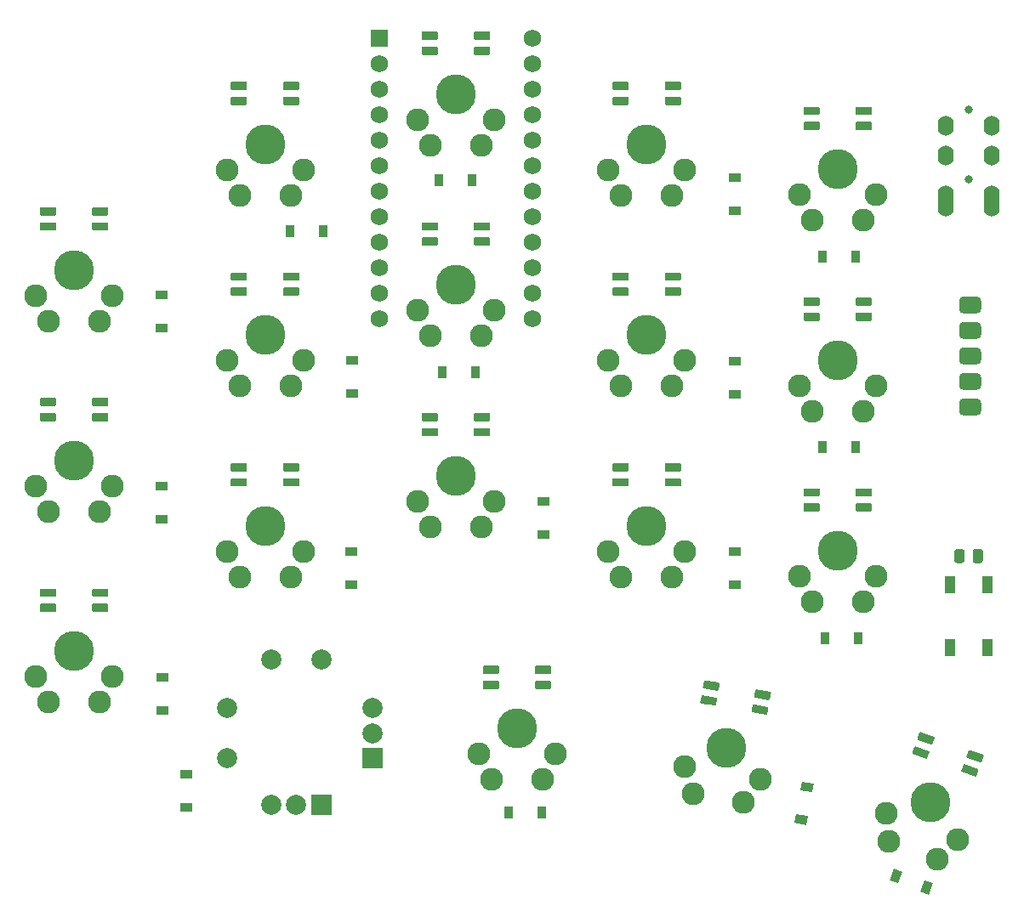
<source format=gbr>
%TF.GenerationSoftware,KiCad,Pcbnew,(5.1.9)-1*%
%TF.CreationDate,2021-11-02T14:51:33-07:00*%
%TF.ProjectId,bgkeeb,62676b65-6562-42e6-9b69-6361645f7063,rev?*%
%TF.SameCoordinates,Original*%
%TF.FileFunction,Soldermask,Bot*%
%TF.FilePolarity,Negative*%
%FSLAX46Y46*%
G04 Gerber Fmt 4.6, Leading zero omitted, Abs format (unit mm)*
G04 Created by KiCad (PCBNEW (5.1.9)-1) date 2021-11-02 14:51:33*
%MOMM*%
%LPD*%
G01*
G04 APERTURE LIST*
%ADD10R,2.000000X2.000000*%
%ADD11C,2.000000*%
%ADD12R,1.100000X1.800000*%
%ADD13C,2.286000*%
%ADD14C,3.987800*%
%ADD15O,1.600000X2.000000*%
%ADD16C,0.800000*%
%ADD17R,0.900000X1.200000*%
%ADD18C,1.752600*%
%ADD19R,1.752600X1.752600*%
%ADD20R,1.200000X0.900000*%
%ADD21C,0.100000*%
G04 APERTURE END LIST*
D10*
%TO.C,SW7*%
X85614593Y-111312404D03*
D11*
X83114593Y-111312404D03*
X80614593Y-111312404D03*
X85614593Y-96812404D03*
X80614593Y-96812404D03*
%TD*%
D12*
%TO.C,SW8*%
X151893593Y-89434804D03*
X148193593Y-95634804D03*
X148193593Y-89434804D03*
X151893593Y-95634804D03*
%TD*%
%TO.C,R1*%
G36*
G01*
X150443593Y-86990405D02*
X150443593Y-86090403D01*
G75*
G02*
X150693592Y-85840404I249999J0D01*
G01*
X151218594Y-85840404D01*
G75*
G02*
X151468593Y-86090403I0J-249999D01*
G01*
X151468593Y-86990405D01*
G75*
G02*
X151218594Y-87240404I-249999J0D01*
G01*
X150693592Y-87240404D01*
G75*
G02*
X150443593Y-86990405I0J249999D01*
G01*
G37*
G36*
G01*
X148618593Y-86990405D02*
X148618593Y-86090403D01*
G75*
G02*
X148868592Y-85840404I249999J0D01*
G01*
X149393594Y-85840404D01*
G75*
G02*
X149643593Y-86090403I0J-249999D01*
G01*
X149643593Y-86990405D01*
G75*
G02*
X149393594Y-87240404I-249999J0D01*
G01*
X148868592Y-87240404D01*
G75*
G02*
X148618593Y-86990405I0J249999D01*
G01*
G37*
%TD*%
D10*
%TO.C,SW42*%
X90741593Y-106693404D03*
D11*
X90741593Y-104193404D03*
X90741593Y-101693404D03*
X76241593Y-106693404D03*
X76241593Y-101693404D03*
%TD*%
%TO.C,D48*%
G36*
G01*
X97115587Y-35106489D02*
X95679587Y-35106489D01*
G75*
G02*
X95597587Y-35024489I0J82000D01*
G01*
X95597587Y-34368489D01*
G75*
G02*
X95679587Y-34286489I82000J0D01*
G01*
X97115587Y-34286489D01*
G75*
G02*
X97197587Y-34368489I0J-82000D01*
G01*
X97197587Y-35024489D01*
G75*
G02*
X97115587Y-35106489I-82000J0D01*
G01*
G37*
G36*
G01*
X97115587Y-36606489D02*
X95679587Y-36606489D01*
G75*
G02*
X95597587Y-36524489I0J82000D01*
G01*
X95597587Y-35868489D01*
G75*
G02*
X95679587Y-35786489I82000J0D01*
G01*
X97115587Y-35786489D01*
G75*
G02*
X97197587Y-35868489I0J-82000D01*
G01*
X97197587Y-36524489D01*
G75*
G02*
X97115587Y-36606489I-82000J0D01*
G01*
G37*
G36*
G01*
X102315587Y-35106489D02*
X100879587Y-35106489D01*
G75*
G02*
X100797587Y-35024489I0J82000D01*
G01*
X100797587Y-34368489D01*
G75*
G02*
X100879587Y-34286489I82000J0D01*
G01*
X102315587Y-34286489D01*
G75*
G02*
X102397587Y-34368489I0J-82000D01*
G01*
X102397587Y-35024489D01*
G75*
G02*
X102315587Y-35106489I-82000J0D01*
G01*
G37*
G36*
G01*
X102315587Y-36606489D02*
X100879587Y-36606489D01*
G75*
G02*
X100797587Y-36524489I0J82000D01*
G01*
X100797587Y-35868489D01*
G75*
G02*
X100879587Y-35786489I82000J0D01*
G01*
X102315587Y-35786489D01*
G75*
G02*
X102397587Y-35868489I0J-82000D01*
G01*
X102397587Y-36524489D01*
G75*
G02*
X102315587Y-36606489I-82000J0D01*
G01*
G37*
%TD*%
D13*
%TO.C,SW35*%
X148959613Y-114765872D03*
D14*
X146248115Y-111075956D03*
D13*
X142123833Y-114980863D03*
X146897472Y-116718326D03*
X141799155Y-112159679D03*
%TD*%
%TO.C,SW34*%
X129274725Y-108803767D03*
D14*
X125963674Y-105640756D03*
D13*
X122580130Y-110202513D03*
X127582953Y-111084646D03*
X121770490Y-107480568D03*
%TD*%
%TO.C,SW25*%
X140807585Y-88566487D03*
D14*
X136997585Y-86026487D03*
D13*
X134457585Y-91106487D03*
X139537585Y-91106487D03*
X133187585Y-88566487D03*
%TD*%
%TO.C,SW24*%
X121807586Y-86066487D03*
D14*
X117997586Y-83526487D03*
D13*
X115457586Y-88606487D03*
X120537586Y-88606487D03*
X114187586Y-86066487D03*
%TD*%
%TO.C,SW23*%
X102807586Y-81066487D03*
D14*
X98997586Y-78526487D03*
D13*
X96457586Y-83606487D03*
X101537586Y-83606487D03*
X95187586Y-81066487D03*
%TD*%
%TO.C,SW22*%
X83807587Y-86066486D03*
D14*
X79997587Y-83526486D03*
D13*
X77457587Y-88606486D03*
X82537587Y-88606486D03*
X76187587Y-86066486D03*
%TD*%
%TO.C,SW21*%
X64807588Y-98566485D03*
D14*
X60997588Y-96026485D03*
D13*
X58457588Y-101106485D03*
X63537588Y-101106485D03*
X57187588Y-98566485D03*
%TD*%
%TO.C,SW15*%
X140807585Y-69566488D03*
D14*
X136997585Y-67026488D03*
D13*
X134457585Y-72106488D03*
X139537585Y-72106488D03*
X133187585Y-69566488D03*
%TD*%
%TO.C,SW14*%
X121807586Y-67066487D03*
D14*
X117997586Y-64526487D03*
D13*
X115457586Y-69606487D03*
X120537586Y-69606487D03*
X114187586Y-67066487D03*
%TD*%
%TO.C,SW13*%
X102807587Y-62066487D03*
D14*
X98997587Y-59526487D03*
D13*
X96457587Y-64606487D03*
X101537587Y-64606487D03*
X95187587Y-62066487D03*
%TD*%
%TO.C,SW12*%
X83807588Y-67066487D03*
D14*
X79997588Y-64526487D03*
D13*
X77457588Y-69606487D03*
X82537588Y-69606487D03*
X76187588Y-67066487D03*
%TD*%
%TO.C,SW11*%
X64807589Y-79566486D03*
D14*
X60997589Y-77026486D03*
D13*
X58457589Y-82106486D03*
X63537589Y-82106486D03*
X57187589Y-79566486D03*
%TD*%
%TO.C,SW6*%
X108888593Y-106254404D03*
D14*
X105078593Y-103714404D03*
D13*
X102538593Y-108794404D03*
X107618593Y-108794404D03*
X101268593Y-106254404D03*
%TD*%
%TO.C,SW5*%
X140807585Y-50566489D03*
D14*
X136997585Y-48026489D03*
D13*
X134457585Y-53106489D03*
X139537585Y-53106489D03*
X133187585Y-50566489D03*
%TD*%
%TO.C,SW4*%
X121807586Y-48066488D03*
D14*
X117997586Y-45526488D03*
D13*
X115457586Y-50606488D03*
X120537586Y-50606488D03*
X114187586Y-48066488D03*
%TD*%
%TO.C,SW3*%
X102807587Y-43066488D03*
D14*
X98997587Y-40526488D03*
D13*
X96457587Y-45606488D03*
X101537587Y-45606488D03*
X95187587Y-43066488D03*
%TD*%
%TO.C,SW2*%
X83807588Y-48066488D03*
D14*
X79997588Y-45526488D03*
D13*
X77457588Y-50606488D03*
X82537588Y-50606488D03*
X76187588Y-48066488D03*
%TD*%
%TO.C,SW1*%
X64807589Y-60566487D03*
D14*
X60997589Y-58026487D03*
D13*
X58457589Y-63106487D03*
X63537589Y-63106487D03*
X57187589Y-60566487D03*
%TD*%
%TO.C,J1*%
G36*
G01*
X151289593Y-61096404D02*
X151289593Y-61946404D01*
G75*
G02*
X150864593Y-62371404I-425000J0D01*
G01*
X149514593Y-62371404D01*
G75*
G02*
X149089593Y-61946404I0J425000D01*
G01*
X149089593Y-61096404D01*
G75*
G02*
X149514593Y-60671404I425000J0D01*
G01*
X150864593Y-60671404D01*
G75*
G02*
X151289593Y-61096404I0J-425000D01*
G01*
G37*
G36*
G01*
X150864593Y-64911404D02*
X149514593Y-64911404D01*
G75*
G02*
X149089593Y-64486404I0J425000D01*
G01*
X149089593Y-63636404D01*
G75*
G02*
X149514593Y-63211404I425000J0D01*
G01*
X150864593Y-63211404D01*
G75*
G02*
X151289593Y-63636404I0J-425000D01*
G01*
X151289593Y-64486404D01*
G75*
G02*
X150864593Y-64911404I-425000J0D01*
G01*
G37*
G36*
G01*
X150864593Y-67451404D02*
X149514593Y-67451404D01*
G75*
G02*
X149089593Y-67026404I0J425000D01*
G01*
X149089593Y-66176404D01*
G75*
G02*
X149514593Y-65751404I425000J0D01*
G01*
X150864593Y-65751404D01*
G75*
G02*
X151289593Y-66176404I0J-425000D01*
G01*
X151289593Y-67026404D01*
G75*
G02*
X150864593Y-67451404I-425000J0D01*
G01*
G37*
G36*
G01*
X150864593Y-69991404D02*
X149514593Y-69991404D01*
G75*
G02*
X149089593Y-69566404I0J425000D01*
G01*
X149089593Y-68716404D01*
G75*
G02*
X149514593Y-68291404I425000J0D01*
G01*
X150864593Y-68291404D01*
G75*
G02*
X151289593Y-68716404I0J-425000D01*
G01*
X151289593Y-69566404D01*
G75*
G02*
X150864593Y-69991404I-425000J0D01*
G01*
G37*
G36*
G01*
X150864593Y-72531404D02*
X149514593Y-72531404D01*
G75*
G02*
X149089593Y-72106404I0J425000D01*
G01*
X149089593Y-71256404D01*
G75*
G02*
X149514593Y-70831404I425000J0D01*
G01*
X150864593Y-70831404D01*
G75*
G02*
X151289593Y-71256404I0J-425000D01*
G01*
X151289593Y-72106404D01*
G75*
G02*
X150864593Y-72531404I-425000J0D01*
G01*
G37*
%TD*%
D15*
%TO.C,U4*%
X147743593Y-46639404D03*
D16*
X150043593Y-42039404D03*
X150043593Y-49039404D03*
D15*
X147743593Y-43639404D03*
X147743593Y-50639404D03*
X152343593Y-51739404D03*
%TD*%
%TO.C,U3*%
X152343593Y-46639404D03*
D16*
X150043593Y-42039404D03*
X150043593Y-49039404D03*
D15*
X152343593Y-43639404D03*
X152343593Y-50639404D03*
X147743593Y-51739404D03*
%TD*%
%TO.C,D51*%
G36*
G01*
X116115586Y-78106488D02*
X114679586Y-78106488D01*
G75*
G02*
X114597586Y-78024488I0J82000D01*
G01*
X114597586Y-77368488D01*
G75*
G02*
X114679586Y-77286488I82000J0D01*
G01*
X116115586Y-77286488D01*
G75*
G02*
X116197586Y-77368488I0J-82000D01*
G01*
X116197586Y-78024488D01*
G75*
G02*
X116115586Y-78106488I-82000J0D01*
G01*
G37*
G36*
G01*
X116115586Y-79606488D02*
X114679586Y-79606488D01*
G75*
G02*
X114597586Y-79524488I0J82000D01*
G01*
X114597586Y-78868488D01*
G75*
G02*
X114679586Y-78786488I82000J0D01*
G01*
X116115586Y-78786488D01*
G75*
G02*
X116197586Y-78868488I0J-82000D01*
G01*
X116197586Y-79524488D01*
G75*
G02*
X116115586Y-79606488I-82000J0D01*
G01*
G37*
G36*
G01*
X121315586Y-78106488D02*
X119879586Y-78106488D01*
G75*
G02*
X119797586Y-78024488I0J82000D01*
G01*
X119797586Y-77368488D01*
G75*
G02*
X119879586Y-77286488I82000J0D01*
G01*
X121315586Y-77286488D01*
G75*
G02*
X121397586Y-77368488I0J-82000D01*
G01*
X121397586Y-78024488D01*
G75*
G02*
X121315586Y-78106488I-82000J0D01*
G01*
G37*
G36*
G01*
X121315586Y-79606488D02*
X119879586Y-79606488D01*
G75*
G02*
X119797586Y-79524488I0J82000D01*
G01*
X119797586Y-78868488D01*
G75*
G02*
X119879586Y-78786488I82000J0D01*
G01*
X121315586Y-78786488D01*
G75*
G02*
X121397586Y-78868488I0J-82000D01*
G01*
X121397586Y-79524488D01*
G75*
G02*
X121315586Y-79606488I-82000J0D01*
G01*
G37*
%TD*%
D17*
%TO.C,D6*%
X107522993Y-112118204D03*
X104222993Y-112118204D03*
%TD*%
D18*
%TO.C,U1*%
X106609593Y-34978404D03*
X91369593Y-62918404D03*
X106609593Y-37518404D03*
X106609593Y-40058404D03*
X106609593Y-42598404D03*
X106609593Y-45138404D03*
X106609593Y-47678404D03*
X106609593Y-50218404D03*
X106609593Y-52758404D03*
X106609593Y-55298404D03*
X106609593Y-57838404D03*
X106609593Y-60378404D03*
X106609593Y-62918404D03*
X91369593Y-60378404D03*
X91369593Y-57838404D03*
X91369593Y-55298404D03*
X91369593Y-52758404D03*
X91369593Y-50218404D03*
X91369593Y-47678404D03*
X91369593Y-45138404D03*
X91369593Y-42598404D03*
X91369593Y-40058404D03*
X91369593Y-37518404D03*
D19*
X91369593Y-34978404D03*
%TD*%
%TO.C,D59*%
G36*
G01*
X125051439Y-99976293D02*
X123637255Y-99726935D01*
G75*
G02*
X123570740Y-99631942I14239J80754D01*
G01*
X123684654Y-98985908D01*
G75*
G02*
X123779647Y-98919393I80754J-14239D01*
G01*
X125193831Y-99168751D01*
G75*
G02*
X125260346Y-99263744I-14239J-80754D01*
G01*
X125146432Y-99909778D01*
G75*
G02*
X125051439Y-99976293I-80754J14239D01*
G01*
G37*
G36*
G01*
X124790966Y-101453504D02*
X123376782Y-101204146D01*
G75*
G02*
X123310267Y-101109153I14239J80754D01*
G01*
X123424181Y-100463119D01*
G75*
G02*
X123519174Y-100396604I80754J-14239D01*
G01*
X124933358Y-100645962D01*
G75*
G02*
X124999873Y-100740955I-14239J-80754D01*
G01*
X124885959Y-101386989D01*
G75*
G02*
X124790966Y-101453504I-80754J14239D01*
G01*
G37*
G36*
G01*
X130172439Y-100879263D02*
X128758255Y-100629905D01*
G75*
G02*
X128691740Y-100534912I14239J80754D01*
G01*
X128805654Y-99888878D01*
G75*
G02*
X128900647Y-99822363I80754J-14239D01*
G01*
X130314831Y-100071721D01*
G75*
G02*
X130381346Y-100166714I-14239J-80754D01*
G01*
X130267432Y-100812748D01*
G75*
G02*
X130172439Y-100879263I-80754J14239D01*
G01*
G37*
G36*
G01*
X129911967Y-102356475D02*
X128497783Y-102107117D01*
G75*
G02*
X128431268Y-102012124I14239J80754D01*
G01*
X128545182Y-101366090D01*
G75*
G02*
X128640175Y-101299575I80754J-14239D01*
G01*
X130054359Y-101548933D01*
G75*
G02*
X130120874Y-101643926I-14239J-80754D01*
G01*
X130006960Y-102289960D01*
G75*
G02*
X129911967Y-102356475I-80754J14239D01*
G01*
G37*
%TD*%
%TO.C,D57*%
G36*
G01*
X103196593Y-98294405D02*
X101760593Y-98294405D01*
G75*
G02*
X101678593Y-98212405I0J82000D01*
G01*
X101678593Y-97556405D01*
G75*
G02*
X101760593Y-97474405I82000J0D01*
G01*
X103196593Y-97474405D01*
G75*
G02*
X103278593Y-97556405I0J-82000D01*
G01*
X103278593Y-98212405D01*
G75*
G02*
X103196593Y-98294405I-82000J0D01*
G01*
G37*
G36*
G01*
X103196593Y-99794405D02*
X101760593Y-99794405D01*
G75*
G02*
X101678593Y-99712405I0J82000D01*
G01*
X101678593Y-99056405D01*
G75*
G02*
X101760593Y-98974405I82000J0D01*
G01*
X103196593Y-98974405D01*
G75*
G02*
X103278593Y-99056405I0J-82000D01*
G01*
X103278593Y-99712405D01*
G75*
G02*
X103196593Y-99794405I-82000J0D01*
G01*
G37*
G36*
G01*
X108396593Y-98294405D02*
X106960593Y-98294405D01*
G75*
G02*
X106878593Y-98212405I0J82000D01*
G01*
X106878593Y-97556405D01*
G75*
G02*
X106960593Y-97474405I82000J0D01*
G01*
X108396593Y-97474405D01*
G75*
G02*
X108478593Y-97556405I0J-82000D01*
G01*
X108478593Y-98212405D01*
G75*
G02*
X108396593Y-98294405I-82000J0D01*
G01*
G37*
G36*
G01*
X108396593Y-99794405D02*
X106960593Y-99794405D01*
G75*
G02*
X106878593Y-99712405I0J82000D01*
G01*
X106878593Y-99056405D01*
G75*
G02*
X106960593Y-98974405I82000J0D01*
G01*
X108396593Y-98974405D01*
G75*
G02*
X108478593Y-99056405I0J-82000D01*
G01*
X108478593Y-99712405D01*
G75*
G02*
X108396593Y-99794405I-82000J0D01*
G01*
G37*
%TD*%
%TO.C,D60*%
G36*
G01*
X146333362Y-105339142D02*
X144983963Y-104848001D01*
G75*
G02*
X144934954Y-104742900I28046J77055D01*
G01*
X145159319Y-104126461D01*
G75*
G02*
X145264420Y-104077452I77055J-28046D01*
G01*
X146613819Y-104568593D01*
G75*
G02*
X146662828Y-104673694I-28046J-77055D01*
G01*
X146438463Y-105290133D01*
G75*
G02*
X146333362Y-105339142I-77055J28046D01*
G01*
G37*
G36*
G01*
X145820332Y-106748681D02*
X144470933Y-106257540D01*
G75*
G02*
X144421924Y-106152439I28046J77055D01*
G01*
X144646289Y-105536000D01*
G75*
G02*
X144751390Y-105486991I77055J-28046D01*
G01*
X146100789Y-105978132D01*
G75*
G02*
X146149798Y-106083233I-28046J-77055D01*
G01*
X145925433Y-106699672D01*
G75*
G02*
X145820332Y-106748681I-77055J28046D01*
G01*
G37*
G36*
G01*
X151219764Y-107117646D02*
X149870365Y-106626505D01*
G75*
G02*
X149821356Y-106521404I28046J77055D01*
G01*
X150045721Y-105904965D01*
G75*
G02*
X150150822Y-105855956I77055J-28046D01*
G01*
X151500221Y-106347097D01*
G75*
G02*
X151549230Y-106452198I-28046J-77055D01*
G01*
X151324865Y-107068637D01*
G75*
G02*
X151219764Y-107117646I-77055J28046D01*
G01*
G37*
G36*
G01*
X150706734Y-108527185D02*
X149357335Y-108036044D01*
G75*
G02*
X149308326Y-107930943I28046J77055D01*
G01*
X149532691Y-107314504D01*
G75*
G02*
X149637792Y-107265495I77055J-28046D01*
G01*
X150987191Y-107756636D01*
G75*
G02*
X151036200Y-107861737I-28046J-77055D01*
G01*
X150811835Y-108478176D01*
G75*
G02*
X150706734Y-108527185I-77055J28046D01*
G01*
G37*
%TD*%
%TO.C,D56*%
G36*
G01*
X135115585Y-80606488D02*
X133679585Y-80606488D01*
G75*
G02*
X133597585Y-80524488I0J82000D01*
G01*
X133597585Y-79868488D01*
G75*
G02*
X133679585Y-79786488I82000J0D01*
G01*
X135115585Y-79786488D01*
G75*
G02*
X135197585Y-79868488I0J-82000D01*
G01*
X135197585Y-80524488D01*
G75*
G02*
X135115585Y-80606488I-82000J0D01*
G01*
G37*
G36*
G01*
X135115585Y-82106488D02*
X133679585Y-82106488D01*
G75*
G02*
X133597585Y-82024488I0J82000D01*
G01*
X133597585Y-81368488D01*
G75*
G02*
X133679585Y-81286488I82000J0D01*
G01*
X135115585Y-81286488D01*
G75*
G02*
X135197585Y-81368488I0J-82000D01*
G01*
X135197585Y-82024488D01*
G75*
G02*
X135115585Y-82106488I-82000J0D01*
G01*
G37*
G36*
G01*
X140315585Y-80606488D02*
X138879585Y-80606488D01*
G75*
G02*
X138797585Y-80524488I0J82000D01*
G01*
X138797585Y-79868488D01*
G75*
G02*
X138879585Y-79786488I82000J0D01*
G01*
X140315585Y-79786488D01*
G75*
G02*
X140397585Y-79868488I0J-82000D01*
G01*
X140397585Y-80524488D01*
G75*
G02*
X140315585Y-80606488I-82000J0D01*
G01*
G37*
G36*
G01*
X140315585Y-82106488D02*
X138879585Y-82106488D01*
G75*
G02*
X138797585Y-82024488I0J82000D01*
G01*
X138797585Y-81368488D01*
G75*
G02*
X138879585Y-81286488I82000J0D01*
G01*
X140315585Y-81286488D01*
G75*
G02*
X140397585Y-81368488I0J-82000D01*
G01*
X140397585Y-82024488D01*
G75*
G02*
X140315585Y-82106488I-82000J0D01*
G01*
G37*
%TD*%
D20*
%TO.C,D81*%
X72192593Y-108258404D03*
X72192593Y-111558404D03*
%TD*%
%TO.C,D45*%
G36*
G01*
X78115587Y-78106487D02*
X76679587Y-78106487D01*
G75*
G02*
X76597587Y-78024487I0J82000D01*
G01*
X76597587Y-77368487D01*
G75*
G02*
X76679587Y-77286487I82000J0D01*
G01*
X78115587Y-77286487D01*
G75*
G02*
X78197587Y-77368487I0J-82000D01*
G01*
X78197587Y-78024487D01*
G75*
G02*
X78115587Y-78106487I-82000J0D01*
G01*
G37*
G36*
G01*
X78115587Y-79606487D02*
X76679587Y-79606487D01*
G75*
G02*
X76597587Y-79524487I0J82000D01*
G01*
X76597587Y-78868487D01*
G75*
G02*
X76679587Y-78786487I82000J0D01*
G01*
X78115587Y-78786487D01*
G75*
G02*
X78197587Y-78868487I0J-82000D01*
G01*
X78197587Y-79524487D01*
G75*
G02*
X78115587Y-79606487I-82000J0D01*
G01*
G37*
G36*
G01*
X83315587Y-78106487D02*
X81879587Y-78106487D01*
G75*
G02*
X81797587Y-78024487I0J82000D01*
G01*
X81797587Y-77368487D01*
G75*
G02*
X81879587Y-77286487I82000J0D01*
G01*
X83315587Y-77286487D01*
G75*
G02*
X83397587Y-77368487I0J-82000D01*
G01*
X83397587Y-78024487D01*
G75*
G02*
X83315587Y-78106487I-82000J0D01*
G01*
G37*
G36*
G01*
X83315587Y-79606487D02*
X81879587Y-79606487D01*
G75*
G02*
X81797587Y-79524487I0J82000D01*
G01*
X81797587Y-78868487D01*
G75*
G02*
X81879587Y-78786487I82000J0D01*
G01*
X83315587Y-78786487D01*
G75*
G02*
X83397587Y-78868487I0J-82000D01*
G01*
X83397587Y-79524487D01*
G75*
G02*
X83315587Y-79606487I-82000J0D01*
G01*
G37*
%TD*%
%TO.C,D53*%
G36*
G01*
X116115586Y-40106489D02*
X114679586Y-40106489D01*
G75*
G02*
X114597586Y-40024489I0J82000D01*
G01*
X114597586Y-39368489D01*
G75*
G02*
X114679586Y-39286489I82000J0D01*
G01*
X116115586Y-39286489D01*
G75*
G02*
X116197586Y-39368489I0J-82000D01*
G01*
X116197586Y-40024489D01*
G75*
G02*
X116115586Y-40106489I-82000J0D01*
G01*
G37*
G36*
G01*
X116115586Y-41606489D02*
X114679586Y-41606489D01*
G75*
G02*
X114597586Y-41524489I0J82000D01*
G01*
X114597586Y-40868489D01*
G75*
G02*
X114679586Y-40786489I82000J0D01*
G01*
X116115586Y-40786489D01*
G75*
G02*
X116197586Y-40868489I0J-82000D01*
G01*
X116197586Y-41524489D01*
G75*
G02*
X116115586Y-41606489I-82000J0D01*
G01*
G37*
G36*
G01*
X121315586Y-40106489D02*
X119879586Y-40106489D01*
G75*
G02*
X119797586Y-40024489I0J82000D01*
G01*
X119797586Y-39368489D01*
G75*
G02*
X119879586Y-39286489I82000J0D01*
G01*
X121315586Y-39286489D01*
G75*
G02*
X121397586Y-39368489I0J-82000D01*
G01*
X121397586Y-40024489D01*
G75*
G02*
X121315586Y-40106489I-82000J0D01*
G01*
G37*
G36*
G01*
X121315586Y-41606489D02*
X119879586Y-41606489D01*
G75*
G02*
X119797586Y-41524489I0J82000D01*
G01*
X119797586Y-40868489D01*
G75*
G02*
X119879586Y-40786489I82000J0D01*
G01*
X121315586Y-40786489D01*
G75*
G02*
X121397586Y-40868489I0J-82000D01*
G01*
X121397586Y-41524489D01*
G75*
G02*
X121315586Y-41606489I-82000J0D01*
G01*
G37*
%TD*%
%TO.C,D52*%
G36*
G01*
X116115586Y-59106488D02*
X114679586Y-59106488D01*
G75*
G02*
X114597586Y-59024488I0J82000D01*
G01*
X114597586Y-58368488D01*
G75*
G02*
X114679586Y-58286488I82000J0D01*
G01*
X116115586Y-58286488D01*
G75*
G02*
X116197586Y-58368488I0J-82000D01*
G01*
X116197586Y-59024488D01*
G75*
G02*
X116115586Y-59106488I-82000J0D01*
G01*
G37*
G36*
G01*
X116115586Y-60606488D02*
X114679586Y-60606488D01*
G75*
G02*
X114597586Y-60524488I0J82000D01*
G01*
X114597586Y-59868488D01*
G75*
G02*
X114679586Y-59786488I82000J0D01*
G01*
X116115586Y-59786488D01*
G75*
G02*
X116197586Y-59868488I0J-82000D01*
G01*
X116197586Y-60524488D01*
G75*
G02*
X116115586Y-60606488I-82000J0D01*
G01*
G37*
G36*
G01*
X121315586Y-59106488D02*
X119879586Y-59106488D01*
G75*
G02*
X119797586Y-59024488I0J82000D01*
G01*
X119797586Y-58368488D01*
G75*
G02*
X119879586Y-58286488I82000J0D01*
G01*
X121315586Y-58286488D01*
G75*
G02*
X121397586Y-58368488I0J-82000D01*
G01*
X121397586Y-59024488D01*
G75*
G02*
X121315586Y-59106488I-82000J0D01*
G01*
G37*
G36*
G01*
X121315586Y-60606488D02*
X119879586Y-60606488D01*
G75*
G02*
X119797586Y-60524488I0J82000D01*
G01*
X119797586Y-59868488D01*
G75*
G02*
X119879586Y-59786488I82000J0D01*
G01*
X121315586Y-59786488D01*
G75*
G02*
X121397586Y-59868488I0J-82000D01*
G01*
X121397586Y-60524488D01*
G75*
G02*
X121315586Y-60606488I-82000J0D01*
G01*
G37*
%TD*%
%TO.C,D54*%
G36*
G01*
X135115585Y-42606490D02*
X133679585Y-42606490D01*
G75*
G02*
X133597585Y-42524490I0J82000D01*
G01*
X133597585Y-41868490D01*
G75*
G02*
X133679585Y-41786490I82000J0D01*
G01*
X135115585Y-41786490D01*
G75*
G02*
X135197585Y-41868490I0J-82000D01*
G01*
X135197585Y-42524490D01*
G75*
G02*
X135115585Y-42606490I-82000J0D01*
G01*
G37*
G36*
G01*
X135115585Y-44106490D02*
X133679585Y-44106490D01*
G75*
G02*
X133597585Y-44024490I0J82000D01*
G01*
X133597585Y-43368490D01*
G75*
G02*
X133679585Y-43286490I82000J0D01*
G01*
X135115585Y-43286490D01*
G75*
G02*
X135197585Y-43368490I0J-82000D01*
G01*
X135197585Y-44024490D01*
G75*
G02*
X135115585Y-44106490I-82000J0D01*
G01*
G37*
G36*
G01*
X140315585Y-42606490D02*
X138879585Y-42606490D01*
G75*
G02*
X138797585Y-42524490I0J82000D01*
G01*
X138797585Y-41868490D01*
G75*
G02*
X138879585Y-41786490I82000J0D01*
G01*
X140315585Y-41786490D01*
G75*
G02*
X140397585Y-41868490I0J-82000D01*
G01*
X140397585Y-42524490D01*
G75*
G02*
X140315585Y-42606490I-82000J0D01*
G01*
G37*
G36*
G01*
X140315585Y-44106490D02*
X138879585Y-44106490D01*
G75*
G02*
X138797585Y-44024490I0J82000D01*
G01*
X138797585Y-43368490D01*
G75*
G02*
X138879585Y-43286490I82000J0D01*
G01*
X140315585Y-43286490D01*
G75*
G02*
X140397585Y-43368490I0J-82000D01*
G01*
X140397585Y-44024490D01*
G75*
G02*
X140315585Y-44106490I-82000J0D01*
G01*
G37*
%TD*%
%TO.C,D50*%
G36*
G01*
X97115586Y-73106488D02*
X95679586Y-73106488D01*
G75*
G02*
X95597586Y-73024488I0J82000D01*
G01*
X95597586Y-72368488D01*
G75*
G02*
X95679586Y-72286488I82000J0D01*
G01*
X97115586Y-72286488D01*
G75*
G02*
X97197586Y-72368488I0J-82000D01*
G01*
X97197586Y-73024488D01*
G75*
G02*
X97115586Y-73106488I-82000J0D01*
G01*
G37*
G36*
G01*
X97115586Y-74606488D02*
X95679586Y-74606488D01*
G75*
G02*
X95597586Y-74524488I0J82000D01*
G01*
X95597586Y-73868488D01*
G75*
G02*
X95679586Y-73786488I82000J0D01*
G01*
X97115586Y-73786488D01*
G75*
G02*
X97197586Y-73868488I0J-82000D01*
G01*
X97197586Y-74524488D01*
G75*
G02*
X97115586Y-74606488I-82000J0D01*
G01*
G37*
G36*
G01*
X102315586Y-73106488D02*
X100879586Y-73106488D01*
G75*
G02*
X100797586Y-73024488I0J82000D01*
G01*
X100797586Y-72368488D01*
G75*
G02*
X100879586Y-72286488I82000J0D01*
G01*
X102315586Y-72286488D01*
G75*
G02*
X102397586Y-72368488I0J-82000D01*
G01*
X102397586Y-73024488D01*
G75*
G02*
X102315586Y-73106488I-82000J0D01*
G01*
G37*
G36*
G01*
X102315586Y-74606488D02*
X100879586Y-74606488D01*
G75*
G02*
X100797586Y-74524488I0J82000D01*
G01*
X100797586Y-73868488D01*
G75*
G02*
X100879586Y-73786488I82000J0D01*
G01*
X102315586Y-73786488D01*
G75*
G02*
X102397586Y-73868488I0J-82000D01*
G01*
X102397586Y-74524488D01*
G75*
G02*
X102315586Y-74606488I-82000J0D01*
G01*
G37*
%TD*%
%TO.C,D43*%
G36*
G01*
X59115588Y-90606486D02*
X57679588Y-90606486D01*
G75*
G02*
X57597588Y-90524486I0J82000D01*
G01*
X57597588Y-89868486D01*
G75*
G02*
X57679588Y-89786486I82000J0D01*
G01*
X59115588Y-89786486D01*
G75*
G02*
X59197588Y-89868486I0J-82000D01*
G01*
X59197588Y-90524486D01*
G75*
G02*
X59115588Y-90606486I-82000J0D01*
G01*
G37*
G36*
G01*
X59115588Y-92106486D02*
X57679588Y-92106486D01*
G75*
G02*
X57597588Y-92024486I0J82000D01*
G01*
X57597588Y-91368486D01*
G75*
G02*
X57679588Y-91286486I82000J0D01*
G01*
X59115588Y-91286486D01*
G75*
G02*
X59197588Y-91368486I0J-82000D01*
G01*
X59197588Y-92024486D01*
G75*
G02*
X59115588Y-92106486I-82000J0D01*
G01*
G37*
G36*
G01*
X64315588Y-90606486D02*
X62879588Y-90606486D01*
G75*
G02*
X62797588Y-90524486I0J82000D01*
G01*
X62797588Y-89868486D01*
G75*
G02*
X62879588Y-89786486I82000J0D01*
G01*
X64315588Y-89786486D01*
G75*
G02*
X64397588Y-89868486I0J-82000D01*
G01*
X64397588Y-90524486D01*
G75*
G02*
X64315588Y-90606486I-82000J0D01*
G01*
G37*
G36*
G01*
X64315588Y-92106486D02*
X62879588Y-92106486D01*
G75*
G02*
X62797588Y-92024486I0J82000D01*
G01*
X62797588Y-91368486D01*
G75*
G02*
X62879588Y-91286486I82000J0D01*
G01*
X64315588Y-91286486D01*
G75*
G02*
X64397588Y-91368486I0J-82000D01*
G01*
X64397588Y-92024486D01*
G75*
G02*
X64315588Y-92106486I-82000J0D01*
G01*
G37*
%TD*%
%TO.C,D49*%
G36*
G01*
X97115587Y-54106488D02*
X95679587Y-54106488D01*
G75*
G02*
X95597587Y-54024488I0J82000D01*
G01*
X95597587Y-53368488D01*
G75*
G02*
X95679587Y-53286488I82000J0D01*
G01*
X97115587Y-53286488D01*
G75*
G02*
X97197587Y-53368488I0J-82000D01*
G01*
X97197587Y-54024488D01*
G75*
G02*
X97115587Y-54106488I-82000J0D01*
G01*
G37*
G36*
G01*
X97115587Y-55606488D02*
X95679587Y-55606488D01*
G75*
G02*
X95597587Y-55524488I0J82000D01*
G01*
X95597587Y-54868488D01*
G75*
G02*
X95679587Y-54786488I82000J0D01*
G01*
X97115587Y-54786488D01*
G75*
G02*
X97197587Y-54868488I0J-82000D01*
G01*
X97197587Y-55524488D01*
G75*
G02*
X97115587Y-55606488I-82000J0D01*
G01*
G37*
G36*
G01*
X102315587Y-54106488D02*
X100879587Y-54106488D01*
G75*
G02*
X100797587Y-54024488I0J82000D01*
G01*
X100797587Y-53368488D01*
G75*
G02*
X100879587Y-53286488I82000J0D01*
G01*
X102315587Y-53286488D01*
G75*
G02*
X102397587Y-53368488I0J-82000D01*
G01*
X102397587Y-54024488D01*
G75*
G02*
X102315587Y-54106488I-82000J0D01*
G01*
G37*
G36*
G01*
X102315587Y-55606488D02*
X100879587Y-55606488D01*
G75*
G02*
X100797587Y-55524488I0J82000D01*
G01*
X100797587Y-54868488D01*
G75*
G02*
X100879587Y-54786488I82000J0D01*
G01*
X102315587Y-54786488D01*
G75*
G02*
X102397587Y-54868488I0J-82000D01*
G01*
X102397587Y-55524488D01*
G75*
G02*
X102315587Y-55606488I-82000J0D01*
G01*
G37*
%TD*%
%TO.C,D46*%
G36*
G01*
X78115588Y-59106488D02*
X76679588Y-59106488D01*
G75*
G02*
X76597588Y-59024488I0J82000D01*
G01*
X76597588Y-58368488D01*
G75*
G02*
X76679588Y-58286488I82000J0D01*
G01*
X78115588Y-58286488D01*
G75*
G02*
X78197588Y-58368488I0J-82000D01*
G01*
X78197588Y-59024488D01*
G75*
G02*
X78115588Y-59106488I-82000J0D01*
G01*
G37*
G36*
G01*
X78115588Y-60606488D02*
X76679588Y-60606488D01*
G75*
G02*
X76597588Y-60524488I0J82000D01*
G01*
X76597588Y-59868488D01*
G75*
G02*
X76679588Y-59786488I82000J0D01*
G01*
X78115588Y-59786488D01*
G75*
G02*
X78197588Y-59868488I0J-82000D01*
G01*
X78197588Y-60524488D01*
G75*
G02*
X78115588Y-60606488I-82000J0D01*
G01*
G37*
G36*
G01*
X83315588Y-59106488D02*
X81879588Y-59106488D01*
G75*
G02*
X81797588Y-59024488I0J82000D01*
G01*
X81797588Y-58368488D01*
G75*
G02*
X81879588Y-58286488I82000J0D01*
G01*
X83315588Y-58286488D01*
G75*
G02*
X83397588Y-58368488I0J-82000D01*
G01*
X83397588Y-59024488D01*
G75*
G02*
X83315588Y-59106488I-82000J0D01*
G01*
G37*
G36*
G01*
X83315588Y-60606488D02*
X81879588Y-60606488D01*
G75*
G02*
X81797588Y-60524488I0J82000D01*
G01*
X81797588Y-59868488D01*
G75*
G02*
X81879588Y-59786488I82000J0D01*
G01*
X83315588Y-59786488D01*
G75*
G02*
X83397588Y-59868488I0J-82000D01*
G01*
X83397588Y-60524488D01*
G75*
G02*
X83315588Y-60606488I-82000J0D01*
G01*
G37*
%TD*%
%TO.C,D42*%
G36*
G01*
X59115589Y-71606487D02*
X57679589Y-71606487D01*
G75*
G02*
X57597589Y-71524487I0J82000D01*
G01*
X57597589Y-70868487D01*
G75*
G02*
X57679589Y-70786487I82000J0D01*
G01*
X59115589Y-70786487D01*
G75*
G02*
X59197589Y-70868487I0J-82000D01*
G01*
X59197589Y-71524487D01*
G75*
G02*
X59115589Y-71606487I-82000J0D01*
G01*
G37*
G36*
G01*
X59115589Y-73106487D02*
X57679589Y-73106487D01*
G75*
G02*
X57597589Y-73024487I0J82000D01*
G01*
X57597589Y-72368487D01*
G75*
G02*
X57679589Y-72286487I82000J0D01*
G01*
X59115589Y-72286487D01*
G75*
G02*
X59197589Y-72368487I0J-82000D01*
G01*
X59197589Y-73024487D01*
G75*
G02*
X59115589Y-73106487I-82000J0D01*
G01*
G37*
G36*
G01*
X64315589Y-71606487D02*
X62879589Y-71606487D01*
G75*
G02*
X62797589Y-71524487I0J82000D01*
G01*
X62797589Y-70868487D01*
G75*
G02*
X62879589Y-70786487I82000J0D01*
G01*
X64315589Y-70786487D01*
G75*
G02*
X64397589Y-70868487I0J-82000D01*
G01*
X64397589Y-71524487D01*
G75*
G02*
X64315589Y-71606487I-82000J0D01*
G01*
G37*
G36*
G01*
X64315589Y-73106487D02*
X62879589Y-73106487D01*
G75*
G02*
X62797589Y-73024487I0J82000D01*
G01*
X62797589Y-72368487D01*
G75*
G02*
X62879589Y-72286487I82000J0D01*
G01*
X64315589Y-72286487D01*
G75*
G02*
X64397589Y-72368487I0J-82000D01*
G01*
X64397589Y-73024487D01*
G75*
G02*
X64315589Y-73106487I-82000J0D01*
G01*
G37*
%TD*%
%TO.C,D55*%
G36*
G01*
X135115585Y-61606489D02*
X133679585Y-61606489D01*
G75*
G02*
X133597585Y-61524489I0J82000D01*
G01*
X133597585Y-60868489D01*
G75*
G02*
X133679585Y-60786489I82000J0D01*
G01*
X135115585Y-60786489D01*
G75*
G02*
X135197585Y-60868489I0J-82000D01*
G01*
X135197585Y-61524489D01*
G75*
G02*
X135115585Y-61606489I-82000J0D01*
G01*
G37*
G36*
G01*
X135115585Y-63106489D02*
X133679585Y-63106489D01*
G75*
G02*
X133597585Y-63024489I0J82000D01*
G01*
X133597585Y-62368489D01*
G75*
G02*
X133679585Y-62286489I82000J0D01*
G01*
X135115585Y-62286489D01*
G75*
G02*
X135197585Y-62368489I0J-82000D01*
G01*
X135197585Y-63024489D01*
G75*
G02*
X135115585Y-63106489I-82000J0D01*
G01*
G37*
G36*
G01*
X140315585Y-61606489D02*
X138879585Y-61606489D01*
G75*
G02*
X138797585Y-61524489I0J82000D01*
G01*
X138797585Y-60868489D01*
G75*
G02*
X138879585Y-60786489I82000J0D01*
G01*
X140315585Y-60786489D01*
G75*
G02*
X140397585Y-60868489I0J-82000D01*
G01*
X140397585Y-61524489D01*
G75*
G02*
X140315585Y-61606489I-82000J0D01*
G01*
G37*
G36*
G01*
X140315585Y-63106489D02*
X138879585Y-63106489D01*
G75*
G02*
X138797585Y-63024489I0J82000D01*
G01*
X138797585Y-62368489D01*
G75*
G02*
X138879585Y-62286489I82000J0D01*
G01*
X140315585Y-62286489D01*
G75*
G02*
X140397585Y-62368489I0J-82000D01*
G01*
X140397585Y-63024489D01*
G75*
G02*
X140315585Y-63106489I-82000J0D01*
G01*
G37*
%TD*%
%TO.C,D47*%
G36*
G01*
X78115588Y-40106489D02*
X76679588Y-40106489D01*
G75*
G02*
X76597588Y-40024489I0J82000D01*
G01*
X76597588Y-39368489D01*
G75*
G02*
X76679588Y-39286489I82000J0D01*
G01*
X78115588Y-39286489D01*
G75*
G02*
X78197588Y-39368489I0J-82000D01*
G01*
X78197588Y-40024489D01*
G75*
G02*
X78115588Y-40106489I-82000J0D01*
G01*
G37*
G36*
G01*
X78115588Y-41606489D02*
X76679588Y-41606489D01*
G75*
G02*
X76597588Y-41524489I0J82000D01*
G01*
X76597588Y-40868489D01*
G75*
G02*
X76679588Y-40786489I82000J0D01*
G01*
X78115588Y-40786489D01*
G75*
G02*
X78197588Y-40868489I0J-82000D01*
G01*
X78197588Y-41524489D01*
G75*
G02*
X78115588Y-41606489I-82000J0D01*
G01*
G37*
G36*
G01*
X83315588Y-40106489D02*
X81879588Y-40106489D01*
G75*
G02*
X81797588Y-40024489I0J82000D01*
G01*
X81797588Y-39368489D01*
G75*
G02*
X81879588Y-39286489I82000J0D01*
G01*
X83315588Y-39286489D01*
G75*
G02*
X83397588Y-39368489I0J-82000D01*
G01*
X83397588Y-40024489D01*
G75*
G02*
X83315588Y-40106489I-82000J0D01*
G01*
G37*
G36*
G01*
X83315588Y-41606489D02*
X81879588Y-41606489D01*
G75*
G02*
X81797588Y-41524489I0J82000D01*
G01*
X81797588Y-40868489D01*
G75*
G02*
X81879588Y-40786489I82000J0D01*
G01*
X83315588Y-40786489D01*
G75*
G02*
X83397588Y-40868489I0J-82000D01*
G01*
X83397588Y-41524489D01*
G75*
G02*
X83315588Y-41606489I-82000J0D01*
G01*
G37*
%TD*%
%TO.C,D41*%
G36*
G01*
X59115589Y-52606488D02*
X57679589Y-52606488D01*
G75*
G02*
X57597589Y-52524488I0J82000D01*
G01*
X57597589Y-51868488D01*
G75*
G02*
X57679589Y-51786488I82000J0D01*
G01*
X59115589Y-51786488D01*
G75*
G02*
X59197589Y-51868488I0J-82000D01*
G01*
X59197589Y-52524488D01*
G75*
G02*
X59115589Y-52606488I-82000J0D01*
G01*
G37*
G36*
G01*
X59115589Y-54106488D02*
X57679589Y-54106488D01*
G75*
G02*
X57597589Y-54024488I0J82000D01*
G01*
X57597589Y-53368488D01*
G75*
G02*
X57679589Y-53286488I82000J0D01*
G01*
X59115589Y-53286488D01*
G75*
G02*
X59197589Y-53368488I0J-82000D01*
G01*
X59197589Y-54024488D01*
G75*
G02*
X59115589Y-54106488I-82000J0D01*
G01*
G37*
G36*
G01*
X64315589Y-52606488D02*
X62879589Y-52606488D01*
G75*
G02*
X62797589Y-52524488I0J82000D01*
G01*
X62797589Y-51868488D01*
G75*
G02*
X62879589Y-51786488I82000J0D01*
G01*
X64315589Y-51786488D01*
G75*
G02*
X64397589Y-51868488I0J-82000D01*
G01*
X64397589Y-52524488D01*
G75*
G02*
X64315589Y-52606488I-82000J0D01*
G01*
G37*
G36*
G01*
X64315589Y-54106488D02*
X62879589Y-54106488D01*
G75*
G02*
X62797589Y-54024488I0J82000D01*
G01*
X62797589Y-53368488D01*
G75*
G02*
X62879589Y-53286488I82000J0D01*
G01*
X64315589Y-53286488D01*
G75*
G02*
X64397589Y-53368488I0J-82000D01*
G01*
X64397589Y-54024488D01*
G75*
G02*
X64315589Y-54106488I-82000J0D01*
G01*
G37*
%TD*%
D21*
%TO.C,D35*%
G36*
X145251012Y-119963144D02*
G01*
X145661436Y-118835512D01*
X146507160Y-119143330D01*
X146096736Y-120270962D01*
X145251012Y-119963144D01*
G37*
G36*
X142150026Y-118834478D02*
G01*
X142560450Y-117706846D01*
X143406174Y-118014664D01*
X142995750Y-119142296D01*
X142150026Y-118834478D01*
G37*
%TD*%
%TO.C,D34*%
G36*
X134459855Y-110088123D02*
G01*
X133278086Y-109879746D01*
X133434369Y-108993419D01*
X134616138Y-109201796D01*
X134459855Y-110088123D01*
G37*
G36*
X133886817Y-113337989D02*
G01*
X132705048Y-113129612D01*
X132861331Y-112243285D01*
X134043100Y-112451662D01*
X133886817Y-113337989D01*
G37*
%TD*%
D17*
%TO.C,D25*%
X139057093Y-94693804D03*
X135757093Y-94693804D03*
%TD*%
D20*
%TO.C,D24*%
X126739093Y-86096904D03*
X126739093Y-89396904D03*
%TD*%
%TO.C,D23*%
X107752593Y-81067704D03*
X107752593Y-84367704D03*
%TD*%
%TO.C,D22*%
X88613693Y-86071504D03*
X88613693Y-89371504D03*
%TD*%
%TO.C,D21*%
X69779593Y-98619104D03*
X69779593Y-101919104D03*
%TD*%
D17*
%TO.C,D15*%
X138777693Y-75694604D03*
X135477693Y-75694604D03*
%TD*%
D20*
%TO.C,D14*%
X126802593Y-67148504D03*
X126802593Y-70448504D03*
%TD*%
D17*
%TO.C,D13*%
X100931693Y-68201604D03*
X97631693Y-68201604D03*
%TD*%
D20*
%TO.C,D12*%
X88677193Y-67059604D03*
X88677193Y-70359604D03*
%TD*%
%TO.C,D11*%
X69677993Y-79569104D03*
X69677993Y-82869104D03*
%TD*%
D17*
%TO.C,D5*%
X138752293Y-56733504D03*
X135452293Y-56733504D03*
%TD*%
D20*
%TO.C,D4*%
X126726393Y-48860504D03*
X126726393Y-52160504D03*
%TD*%
D17*
%TO.C,D3*%
X100626893Y-49100804D03*
X97326893Y-49100804D03*
%TD*%
%TO.C,D2*%
X82518693Y-54168104D03*
X85818693Y-54168104D03*
%TD*%
D20*
%TO.C,D1*%
X69665293Y-60557204D03*
X69665293Y-63857204D03*
%TD*%
M02*

</source>
